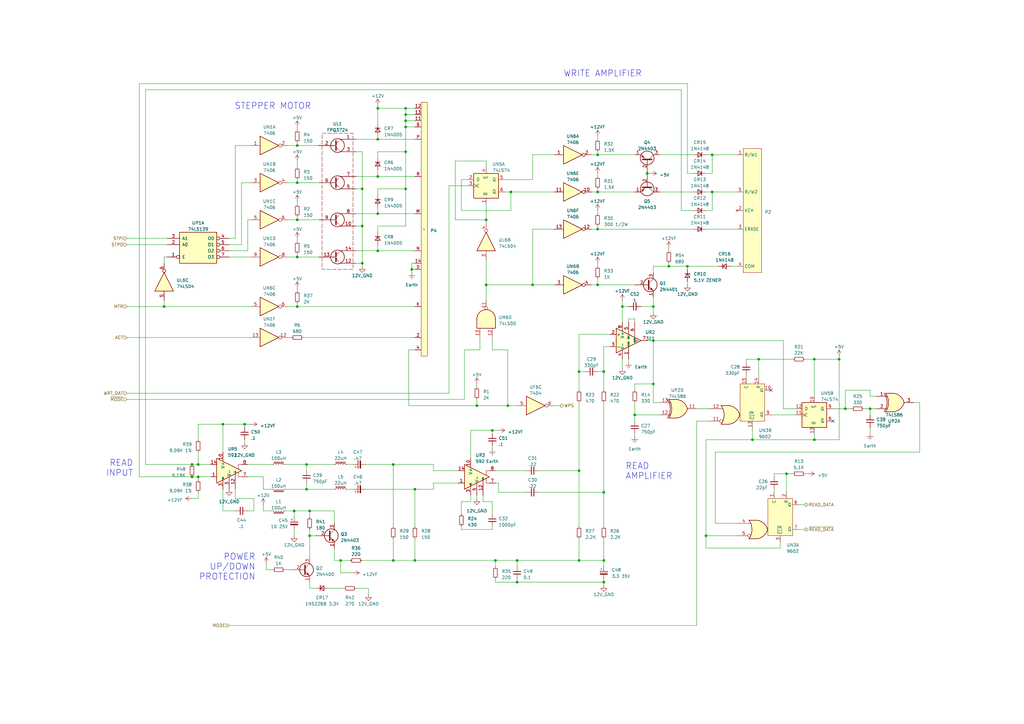
<source format=kicad_sch>
(kicad_sch (version 20230121) (generator eeschema)
  (paper "A3")
  (junction (at 247.65 238.76))
  (junction (at 195.58 166.37))
  (junction (at 334.01 180.34))
  (junction (at 265.43 71.12))
  (junction (at 247.65 152.4))
  (junction (at 166.37 49.53))
  (junction (at 203.2 229.87))
  (junction (at 344.17 147.32))
  (junction (at 148.59 92.71))
  (junction (at 201.93 176.53))
  (junction (at 91.44 173.99))
  (junction (at 67.31 125.73))
  (junction (at 267.97 125.73))
  (junction (at 245.11 63.5))
  (junction (at 100.33 173.99))
  (junction (at 154.94 102.87))
  (junction (at 237.49 152.4))
  (junction (at 311.15 147.32))
  (junction (at 125.73 200.66))
  (junction (at 356.87 167.64))
  (junction (at 199.39 90.17))
  (junction (at 161.29 190.5))
  (junction (at 166.37 77.47))
  (junction (at 154.94 72.39))
  (junction (at 154.94 44.45))
  (junction (at 255.27 125.73))
  (junction (at 166.37 52.07))
  (junction (at 148.59 77.47))
  (junction (at 121.92 59.69))
  (junction (at 322.58 194.31))
  (junction (at 81.28 195.58))
  (junction (at 237.49 193.04))
  (junction (at 127 209.55))
  (junction (at 245.11 116.84))
  (junction (at 245.11 93.98))
  (junction (at 120.65 209.55))
  (junction (at 212.09 229.87))
  (junction (at 274.32 109.22))
  (junction (at 267.97 157.48))
  (junction (at 245.11 78.74))
  (junction (at 260.35 170.18))
  (junction (at 166.37 46.99))
  (junction (at 209.55 78.74))
  (junction (at 247.65 201.93))
  (junction (at 170.18 229.87))
  (junction (at 208.28 166.37))
  (junction (at 148.59 107.95))
  (junction (at 166.37 44.45))
  (junction (at 346.71 167.64))
  (junction (at 121.92 125.73))
  (junction (at 237.49 229.87))
  (junction (at 78.74 195.58))
  (junction (at 78.74 190.5))
  (junction (at 81.28 190.5))
  (junction (at 334.01 147.32))
  (junction (at 308.61 180.34))
  (junction (at 121.92 105.41))
  (junction (at 292.1 63.5))
  (junction (at 218.44 116.84))
  (junction (at 166.37 62.23))
  (junction (at 170.18 200.66))
  (junction (at 154.94 87.63))
  (junction (at 267.97 139.7))
  (junction (at 168.91 110.49))
  (junction (at 121.92 74.93))
  (junction (at 281.94 109.22))
  (junction (at 154.94 57.15))
  (junction (at 292.1 78.74))
  (junction (at 212.09 238.76))
  (junction (at 125.73 190.5))
  (junction (at 127 219.71))
  (junction (at 161.29 229.87))
  (junction (at 289.56 219.71))
  (junction (at 247.65 229.87))
  (junction (at 121.92 90.17))
  (junction (at 199.39 116.84))
  (junction (at 139.7 229.87))
  (no_connect (at 341.63 172.72))
  (no_connect (at 316.23 160.02))
  (wire (pts (xy 170.18 110.49) (xy 168.91 110.49)))
  (wire (pts (xy 166.37 62.23) (xy 166.37 52.07)))
  (wire (pts (xy 170.18 220.98) (xy 170.18 229.87)))
  (wire (pts (xy 199.39 66.04) (xy 186.69 66.04)))
  (wire (pts (xy 116.84 233.68) (xy 119.38 233.68)))
  (wire (pts (xy 154.94 44.45) (xy 166.37 44.45)))
  (wire (pts (xy 121.92 52.07) (xy 121.92 53.34)))
  (wire (pts (xy 121.92 124.46) (xy 121.92 125.73)))
  (wire (pts (xy 154.94 80.01) (xy 154.94 77.47)))
  (wire (pts (xy 317.5 195.58) (xy 317.5 194.31)))
  (wire (pts (xy 151.13 241.3) (xy 151.13 243.84)))
  (wire (pts (xy 154.94 62.23) (xy 166.37 62.23)))
  (wire (pts (xy 57.15 34.29) (xy 57.15 195.58)))
  (wire (pts (xy 247.65 238.76) (xy 247.65 240.03)))
  (wire (pts (xy 203.2 229.87) (xy 203.2 232.41)))
  (wire (pts (xy 121.92 73.66) (xy 121.92 74.93)))
  (wire (pts (xy 109.22 233.68) (xy 111.76 233.68)))
  (wire (pts (xy 330.2 147.32) (xy 334.01 147.32)))
  (wire (pts (xy 116.84 200.66) (xy 125.73 200.66)))
  (wire (pts (xy 203.2 193.04) (xy 215.9 193.04)))
  (wire (pts (xy 118.11 138.43) (xy 119.38 138.43)))
  (wire (pts (xy 201.93 176.53) (xy 204.47 176.53)))
  (wire (pts (xy 52.07 161.29) (xy 184.15 161.29)))
  (wire (pts (xy 260.35 170.18) (xy 270.51 170.18)))
  (wire (pts (xy 260.35 130.81) (xy 260.35 132.08)))
  (wire (pts (xy 267.97 139.7) (xy 321.31 139.7)))
  (wire (pts (xy 247.65 220.98) (xy 247.65 229.87)))
  (wire (pts (xy 311.15 147.32) (xy 306.07 147.32)))
  (wire (pts (xy 120.65 217.17) (xy 120.65 219.71)))
  (wire (pts (xy 344.17 180.34) (xy 344.17 147.32)))
  (wire (pts (xy 201.93 176.53) (xy 201.93 177.8)))
  (wire (pts (xy 189.23 86.36) (xy 189.23 73.66)))
  (wire (pts (xy 154.94 92.71) (xy 166.37 92.71)))
  (wire (pts (xy 245.11 93.98) (xy 284.48 93.98)))
  (wire (pts (xy 91.44 173.99) (xy 91.44 185.42)))
  (wire (pts (xy 161.29 190.5) (xy 177.8 190.5)))
  (wire (pts (xy 374.65 165.1) (xy 377.19 165.1)))
  (wire (pts (xy 184.15 76.2) (xy 184.15 161.29)))
  (wire (pts (xy 190.5 163.83) (xy 190.5 143.51)))
  (wire (pts (xy 52.07 100.33) (xy 68.58 100.33)))
  (wire (pts (xy 359.41 162.56) (xy 356.87 162.56)))
  (wire (pts (xy 237.49 152.4) (xy 240.03 152.4)))
  (wire (pts (xy 148.59 77.47) (xy 148.59 92.71)))
  (wire (pts (xy 267.97 109.22) (xy 267.97 111.76)))
  (wire (pts (xy 137.16 209.55) (xy 137.16 214.63)))
  (wire (pts (xy 292.1 78.74) (xy 289.56 78.74)))
  (wire (pts (xy 203.2 198.12) (xy 204.47 198.12)))
  (wire (pts (xy 52.07 125.73) (xy 67.31 125.73)))
  (wire (pts (xy 166.37 46.99) (xy 170.18 46.99)))
  (wire (pts (xy 341.63 167.64) (xy 346.71 167.64)))
  (wire (pts (xy 154.94 64.77) (xy 154.94 62.23)))
  (wire (pts (xy 267.97 157.48) (xy 267.97 165.1)))
  (wire (pts (xy 293.37 214.63) (xy 302.26 214.63)))
  (wire (pts (xy 203.2 237.49) (xy 203.2 238.76)))
  (wire (pts (xy 356.87 162.56) (xy 356.87 160.02)))
  (wire (pts (xy 91.44 173.99) (xy 100.33 173.99)))
  (wire (pts (xy 100.33 180.34) (xy 100.33 181.61)))
  (wire (pts (xy 167.64 166.37) (xy 195.58 166.37)))
  (wire (pts (xy 245.11 107.95) (xy 245.11 109.22)))
  (wire (pts (xy 59.69 36.83) (xy 59.69 190.5)))
  (wire (pts (xy 121.92 74.93) (xy 130.81 74.93)))
  (wire (pts (xy 237.49 220.98) (xy 237.49 229.87)))
  (wire (pts (xy 308.61 180.34) (xy 289.56 180.34)))
  (wire (pts (xy 227.33 166.37) (xy 229.87 166.37)))
  (wire (pts (xy 124.46 138.43) (xy 170.18 138.43)))
  (wire (pts (xy 212.09 238.76) (xy 247.65 238.76)))
  (wire (pts (xy 199.39 68.58) (xy 199.39 66.04)))
  (wire (pts (xy 166.37 49.53) (xy 170.18 49.53)))
  (wire (pts (xy 245.11 63.5) (xy 242.57 63.5)))
  (wire (pts (xy 170.18 229.87) (xy 203.2 229.87)))
  (wire (pts (xy 247.65 229.87) (xy 237.49 229.87)))
  (wire (pts (xy 127 219.71) (xy 129.54 219.71)))
  (wire (pts (xy 107.95 209.55) (xy 111.76 209.55)))
  (wire (pts (xy 146.05 77.47) (xy 148.59 77.47)))
  (wire (pts (xy 220.98 201.93) (xy 247.65 201.93)))
  (wire (pts (xy 255.27 123.19) (xy 255.27 125.73)))
  (wire (pts (xy 247.65 152.4) (xy 247.65 160.02)))
  (wire (pts (xy 198.12 205.74) (xy 198.12 203.2)))
  (wire (pts (xy 127 238.76) (xy 127 241.3)))
  (wire (pts (xy 281.94 34.29) (xy 281.94 71.12)))
  (wire (pts (xy 245.11 78.74) (xy 242.57 78.74)))
  (wire (pts (xy 245.11 116.84) (xy 260.35 116.84)))
  (wire (pts (xy 281.94 115.57) (xy 281.94 116.84)))
  (wire (pts (xy 257.81 132.08) (xy 257.81 130.81)))
  (wire (pts (xy 267.97 125.73) (xy 267.97 128.27)))
  (wire (pts (xy 237.49 165.1) (xy 237.49 193.04)))
  (wire (pts (xy 168.91 107.95) (xy 168.91 110.49)))
  (wire (pts (xy 148.59 107.95) (xy 148.59 109.22)))
  (wire (pts (xy 245.11 78.74) (xy 260.35 78.74)))
  (wire (pts (xy 161.29 229.87) (xy 170.18 229.87)))
  (wire (pts (xy 184.15 76.2) (xy 191.77 76.2)))
  (wire (pts (xy 292.1 63.5) (xy 302.26 63.5)))
  (wire (pts (xy 260.35 157.48) (xy 267.97 157.48)))
  (wire (pts (xy 208.28 143.51) (xy 208.28 166.37)))
  (wire (pts (xy 120.65 209.55) (xy 120.65 212.09)))
  (wire (pts (xy 148.59 92.71) (xy 148.59 107.95)))
  (wire (pts (xy 209.55 78.74) (xy 209.55 86.36)))
  (wire (pts (xy 107.95 207.01) (xy 107.95 209.55)))
  (wire (pts (xy 356.87 175.26) (xy 356.87 177.8)))
  (wire (pts (xy 121.92 105.41) (xy 118.11 105.41)))
  (wire (pts (xy 134.62 241.3) (xy 140.97 241.3)))
  (wire (pts (xy 102.87 74.93) (xy 99.06 74.93)))
  (wire (pts (xy 154.94 95.25) (xy 154.94 92.71)))
  (wire (pts (xy 99.06 100.33) (xy 99.06 74.93)))
  (wire (pts (xy 154.94 102.87) (xy 170.18 102.87)))
  (wire (pts (xy 306.07 147.32) (xy 306.07 148.59)))
  (wire (pts (xy 142.24 200.66) (xy 144.78 200.66)))
  (wire (pts (xy 189.23 205.74) (xy 189.23 210.82)))
  (wire (pts (xy 125.73 190.5) (xy 137.16 190.5)))
  (wire (pts (xy 260.35 160.02) (xy 260.35 157.48)))
  (wire (pts (xy 274.32 101.6) (xy 274.32 102.87)))
  (wire (pts (xy 195.58 157.48) (xy 195.58 158.75)))
  (wire (pts (xy 237.49 193.04) (xy 237.49 215.9)))
  (wire (pts (xy 121.92 125.73) (xy 170.18 125.73)))
  (wire (pts (xy 199.39 106.68) (xy 199.39 116.84)))
  (wire (pts (xy 201.93 182.88) (xy 201.93 184.15)))
  (wire (pts (xy 250.19 142.24) (xy 247.65 142.24)))
  (wire (pts (xy 245.11 92.71) (xy 245.11 93.98)))
  (wire (pts (xy 292.1 63.5) (xy 289.56 63.5)))
  (wire (pts (xy 292.1 78.74) (xy 302.26 78.74)))
  (wire (pts (xy 102.87 125.73) (xy 67.31 125.73)))
  (wire (pts (xy 121.92 59.69) (xy 118.11 59.69)))
  (wire (pts (xy 101.6 209.55) (xy 104.14 209.55)))
  (wire (pts (xy 196.85 143.51) (xy 190.5 143.51)))
  (wire (pts (xy 218.44 116.84) (xy 227.33 116.84)))
  (wire (pts (xy 59.69 36.83) (xy 279.4 36.83)))
  (wire (pts (xy 120.65 209.55) (xy 127 209.55)))
  (wire (pts (xy 93.98 256.54) (xy 285.75 256.54)))
  (wire (pts (xy 255.27 147.32) (xy 255.27 151.13)))
  (wire (pts (xy 67.31 125.73) (xy 67.31 123.19)))
  (wire (pts (xy 121.92 90.17) (xy 118.11 90.17)))
  (wire (pts (xy 78.74 190.5) (xy 81.28 190.5)))
  (wire (pts (xy 96.52 204.47) (xy 96.52 200.66)))
  (wire (pts (xy 327.66 217.17) (xy 330.2 217.17)))
  (wire (pts (xy 270.51 78.74) (xy 284.48 78.74)))
  (wire (pts (xy 121.92 90.17) (xy 130.81 90.17)))
  (wire (pts (xy 146.05 92.71) (xy 148.59 92.71)))
  (wire (pts (xy 245.11 152.4) (xy 247.65 152.4)))
  (wire (pts (xy 189.23 217.17) (xy 201.93 217.17)))
  (wire (pts (xy 201.93 138.43) (xy 201.93 143.51)))
  (wire (pts (xy 207.01 73.66) (xy 218.44 73.66)))
  (wire (pts (xy 306.07 153.67) (xy 306.07 154.94)))
  (wire (pts (xy 96.52 59.69) (xy 102.87 59.69)))
  (wire (pts (xy 245.11 77.47) (xy 245.11 78.74)))
  (wire (pts (xy 91.44 200.66) (xy 91.44 209.55)))
  (wire (pts (xy 227.33 63.5) (xy 218.44 63.5)))
  (wire (pts (xy 127 217.17) (xy 127 219.71)))
  (wire (pts (xy 377.19 165.1) (xy 377.19 185.42)))
  (wire (pts (xy 344.17 146.05) (xy 344.17 147.32)))
  (wire (pts (xy 154.94 87.63) (xy 154.94 85.09)))
  (wire (pts (xy 146.05 102.87) (xy 154.94 102.87)))
  (wire (pts (xy 330.2 194.31) (xy 331.47 194.31)))
  (wire (pts (xy 125.73 200.66) (xy 137.16 200.66)))
  (wire (pts (xy 199.39 83.82) (xy 199.39 90.17)))
  (wire (pts (xy 292.1 71.12) (xy 292.1 63.5)))
  (wire (pts (xy 299.72 109.22) (xy 302.26 109.22)))
  (wire (pts (xy 308.61 175.26) (xy 308.61 180.34)))
  (wire (pts (xy 267.97 109.22) (xy 274.32 109.22)))
  (wire (pts (xy 93.98 105.41) (xy 102.87 105.41)))
  (wire (pts (xy 245.11 62.23) (xy 245.11 63.5)))
  (wire (pts (xy 354.33 167.64) (xy 356.87 167.64)))
  (wire (pts (xy 267.97 139.7) (xy 267.97 157.48)))
  (wire (pts (xy 127 241.3) (xy 129.54 241.3)))
  (wire (pts (xy 187.96 193.04) (xy 177.8 193.04)))
  (wire (pts (xy 107.95 200.66) (xy 111.76 200.66)))
  (wire (pts (xy 289.56 180.34) (xy 289.56 219.71)))
  (wire (pts (xy 121.92 58.42) (xy 121.92 59.69)))
  (wire (pts (xy 326.39 167.64) (xy 321.31 167.64)))
  (wire (pts (xy 149.86 200.66) (xy 170.18 200.66)))
  (wire (pts (xy 52.07 163.83) (xy 190.5 163.83)))
  (wire (pts (xy 316.23 170.18) (xy 326.39 170.18)))
  (wire (pts (xy 189.23 205.74) (xy 193.04 205.74)))
  (wire (pts (xy 346.71 167.64) (xy 349.25 167.64)))
  (wire (pts (xy 262.89 125.73) (xy 267.97 125.73)))
  (wire (pts (xy 67.31 105.41) (xy 67.31 107.95)))
  (wire (pts (xy 154.94 102.87) (xy 154.94 100.33)))
  (wire (pts (xy 99.06 100.33) (xy 93.98 100.33)))
  (wire (pts (xy 245.11 93.98) (xy 242.57 93.98)))
  (wire (pts (xy 127 209.55) (xy 137.16 209.55)))
  (wire (pts (xy 320.04 222.25) (xy 320.04 224.79)))
  (wire (pts (xy 237.49 152.4) (xy 237.49 160.02)))
  (wire (pts (xy 290.83 172.72) (xy 285.75 172.72)))
  (wire (pts (xy 109.22 231.14) (xy 109.22 233.68)))
  (wire (pts (xy 212.09 237.49) (xy 212.09 238.76)))
  (wire (pts (xy 265.43 71.12) (xy 266.7 71.12)))
  (wire (pts (xy 148.59 62.23) (xy 148.59 77.47)))
  (wire (pts (xy 137.16 229.87) (xy 137.16 224.79)))
  (wire (pts (xy 101.6 102.87) (xy 101.6 90.17)))
  (wire (pts (xy 121.92 118.11) (xy 121.92 119.38)))
  (wire (pts (xy 285.75 172.72) (xy 285.75 256.54)))
  (wire (pts (xy 281.94 71.12) (xy 284.48 71.12)))
  (wire (pts (xy 146.05 87.63) (xy 154.94 87.63)))
  (wire (pts (xy 274.32 107.95) (xy 274.32 109.22)))
  (wire (pts (xy 127 219.71) (xy 127 228.6)))
  (wire (pts (xy 68.58 105.41) (xy 67.31 105.41)))
  (wire (pts (xy 121.92 88.9) (xy 121.92 90.17)))
  (wire (pts (xy 57.15 34.29) (xy 281.94 34.29)))
  (wire (pts (xy 154.94 87.63) (xy 170.18 87.63)))
  (wire (pts (xy 257.81 147.32) (xy 257.81 148.59)))
  (wire (pts (xy 81.28 196.85) (xy 81.28 195.58)))
  (wire (pts (xy 289.56 93.98) (xy 302.26 93.98)))
  (wire (pts (xy 245.11 63.5) (xy 260.35 63.5)))
  (wire (pts (xy 78.74 195.58) (xy 81.28 195.58)))
  (wire (pts (xy 270.51 63.5) (xy 284.48 63.5)))
  (wire (pts (xy 78.74 204.47) (xy 81.28 204.47)))
  (wire (pts (xy 204.47 198.12) (xy 204.47 201.93)))
  (wire (pts (xy 245.11 114.3) (xy 245.11 116.84)))
  (wire (pts (xy 100.33 173.99) (xy 100.33 175.26)))
  (wire (pts (xy 218.44 63.5) (xy 218.44 73.66)))
  (wire (pts (xy 154.94 43.18) (xy 154.94 44.45)))
  (wire (pts (xy 311.15 147.32) (xy 325.12 147.32)))
  (wire (pts (xy 199.39 116.84) (xy 199.39 123.19)))
  (wire (pts (xy 255.27 125.73) (xy 255.27 132.08)))
  (wire (pts (xy 149.86 190.5) (xy 161.29 190.5)))
  (wire (pts (xy 193.04 205.74) (xy 193.04 203.2)))
  (wire (pts (xy 289.56 71.12) (xy 292.1 71.12)))
  (wire (pts (xy 327.66 207.01) (xy 330.2 207.01)))
  (wire (pts (xy 218.44 93.98) (xy 218.44 116.84)))
  (wire (pts (xy 281.94 109.22) (xy 281.94 110.49)))
  (wire (pts (xy 166.37 77.47) (xy 166.37 62.23)))
  (wire (pts (xy 279.4 86.36) (xy 284.48 86.36)))
  (wire (pts (xy 247.65 201.93) (xy 247.65 215.9)))
  (wire (pts (xy 154.94 44.45) (xy 154.94 50.8)))
  (wire (pts (xy 195.58 166.37) (xy 208.28 166.37)))
  (wire (pts (xy 334.01 180.34) (xy 334.01 177.8)))
  (wire (pts (xy 121.92 104.14) (xy 121.92 105.41)))
  (wire (pts (xy 317.5 194.31) (xy 322.58 194.31)))
  (wire (pts (xy 260.35 170.18) (xy 260.35 172.72)))
  (wire (pts (xy 317.5 200.66) (xy 317.5 201.93)))
  (wire (pts (xy 201.93 205.74) (xy 201.93 210.82)))
  (wire (pts (xy 116.84 190.5) (xy 125.73 190.5)))
  (wire (pts (xy 166.37 46.99) (xy 166.37 44.45)))
  (wire (pts (xy 143.51 229.87) (xy 139.7 229.87)))
  (wire (pts (xy 285.75 167.64) (xy 290.83 167.64)))
  (wire (pts (xy 104.14 209.55) (xy 104.14 204.47)))
  (wire (pts (xy 78.74 195.58) (xy 57.15 195.58)))
  (wire (pts (xy 161.29 190.5) (xy 161.29 215.9)))
  (wire (pts (xy 52.07 138.43) (xy 102.87 138.43)))
  (wire (pts (xy 170.18 200.66) (xy 170.18 215.9)))
  (wire (pts (xy 81.28 185.42) (xy 81.28 190.5)))
  (wire (pts (xy 146.05 72.39) (xy 154.94 72.39)))
  (wire (pts (xy 320.04 224.79) (xy 289.56 224.79)))
  (wire (pts (xy 125.73 190.5) (xy 125.73 193.04)))
  (wire (pts (xy 91.44 209.55) (xy 96.52 209.55)))
  (wire (pts (xy 356.87 167.64) (xy 359.41 167.64)))
  (wire (pts (xy 237.49 137.16) (xy 237.49 152.4)))
  (wire (pts (xy 52.07 97.79) (xy 68.58 97.79)))
  (wire (pts (xy 154.94 57.15) (xy 170.18 57.15)))
  (wire (pts (xy 279.4 36.83) (xy 279.4 86.36)))
  (wire (pts (xy 166.37 92.71) (xy 166.37 77.47)))
  (wire (pts (xy 121.92 66.04) (xy 121.92 68.58)))
  (wire (pts (xy 121.92 82.55) (xy 121.92 83.82)))
  (wire (pts (xy 245.11 116.84) (xy 242.57 116.84)))
  (wire (pts (xy 177.8 193.04) (xy 177.8 190.5)))
  (wire (pts (xy 281.94 109.22) (xy 294.64 109.22)))
  (wire (pts (xy 289.56 219.71) (xy 302.26 219.71)))
  (wire (pts (xy 247.65 229.87) (xy 247.65 232.41)))
  (wire (pts (xy 207.01 78.74) (xy 209.55 78.74)))
  (wire (pts (xy 260.35 165.1) (xy 260.35 170.18)))
  (wire (pts (xy 101.6 195.58) (xy 107.95 195.58)))
  (wire (pts (xy 148.59 229.87) (xy 161.29 229.87)))
  (wire (pts (xy 245.11 55.88) (xy 245.11 57.15)))
  (wire (pts (xy 250.19 137.16) (xy 237.49 137.16)))
  (wire (pts (xy 195.58 203.2) (xy 195.58 204.47)))
  (wire (pts (xy 154.94 77.47) (xy 166.37 77.47)))
  (wire (pts (xy 292.1 86.36) (xy 292.1 78.74)))
  (wire (pts (xy 201.93 217.17) (xy 201.93 215.9)))
  (wire (pts (xy 154.94 57.15) (xy 154.94 55.88)))
  (wire (pts (xy 344.17 147.32) (xy 334.01 147.32)))
  (wire (pts (xy 142.24 190.5) (xy 144.78 190.5)))
  (wire (pts (xy 121.92 105.41) (xy 130.81 105.41)))
  (wire (pts (xy 104.14 204.47) (xy 96.52 204.47)))
  (wire (pts (xy 293.37 185.42) (xy 293.37 214.63)))
  (wire (pts (xy 356.87 160.02) (xy 346.71 160.02)))
  (wire (pts (xy 146.05 62.23) (xy 148.59 62.23)))
  (wire (pts (xy 199.39 90.17) (xy 199.39 91.44)))
  (wire (pts (xy 166.37 49.53) (xy 166.37 46.99)))
  (wire (pts (xy 166.37 49.53) (xy 166.37 52.07)))
  (wire (pts (xy 148.59 107.95) (xy 146.05 107.95)))
  (wire (pts (xy 209.55 78.74) (xy 227.33 78.74)))
  (wire (pts (xy 91.44 173.99) (xy 81.28 173.99)))
  (wire (pts (xy 93.98 97.79) (xy 96.52 97.79)))
  (wire (pts (xy 101.6 90.17) (xy 102.87 90.17)))
  (wire (pts (xy 170.18 107.95) (xy 168.91 107.95)))
  (wire (pts (xy 245.11 86.36) (xy 245.11 87.63)))
  (wire (pts (xy 325.12 194.31) (xy 322.58 194.31)))
  (wire (pts (xy 247.65 238.76) (xy 247.65 237.49)))
  (wire (pts (xy 146.05 241.3) (xy 151.13 241.3)))
  (wire (pts (xy 209.55 86.36) (xy 189.23 86.36)))
  (wire (pts (xy 154.94 72.39) (xy 170.18 72.39)))
  (wire (pts (xy 81.28 190.5) (xy 86.36 190.5)))
  (wire (pts (xy 168.91 110.49) (xy 168.91 111.76)))
  (wire (pts (xy 204.47 201.93) (xy 215.9 201.93)))
  (wire (pts (xy 121.92 125.73) (xy 118.11 125.73)))
  (wire (pts (xy 257.81 130.81) (xy 260.35 130.81)))
  (wire (pts (xy 201.93 143.51) (xy 208.28 143.51)))
  (wire (pts (xy 146.05 57.15) (xy 154.94 57.15)))
  (wire (pts (xy 187.96 198.12) (xy 177.8 198.12)))
  (wire (pts (xy 170.18 143.51) (xy 167.64 143.51)))
  (wire (pts (xy 322.58 194.31) (xy 322.58 201.93)))
  (wire (pts (xy 81.28 195.58) (xy 86.36 195.58)))
  (wire (pts (xy 311.15 154.94) (xy 311.15 147.32)))
  (wire (pts (xy 81.28 173.99) (xy 81.28 180.34)))
  (wire (pts (xy 196.85 138.43) (xy 196.85 143.51)))
  (wire (pts (xy 212.09 229.87) (xy 237.49 229.87)))
  (wire (pts (xy 321.31 167.64) (xy 321.31 139.7)))
  (wire (pts (xy 101.6 190.5) (xy 111.76 190.5)))
  (wire (pts (xy 189.23 73.66) (xy 191.77 73.66)))
  (wire (pts (xy 193.04 176.53) (xy 193.04 187.96)))
  (wire (pts (xy 267.97 121.92) (xy 267.97 125.73)))
  (wire (pts (xy 139.7 229.87) (xy 139.7 234.95)))
  (wire (pts (xy 212.09 229.87) (xy 212.09 232.41)))
  (wire (pts (xy 125.73 198.12) (xy 125.73 200.66)))
  (wire (pts (xy 177.8 198.12) (xy 177.8 200.66)))
  (wire (pts (xy 195.58 163.83) (xy 195.58 166.37)))
  (wire (pts (xy 139.7 234.95) (xy 144.78 234.95)))
  (wire (pts (xy 218.44 93.98) (xy 227.33 93.98)))
  (wire (pts (xy 281.94 109.22) (xy 274.32 109.22)))
  (wire (pts (xy 193.04 176.53) (xy 201.93 176.53)))
  (wire (pts (xy 93.98 102.87) (xy 101.6 102.87)))
  (wire (pts (xy 267.97 165.1) (xy 270.51 165.1)))
  (wire (pts (xy 245.11 71.12) (xy 245.11 72.39)))
  (wire (pts (xy 247.65 165.1) (xy 247.65 201.93)))
  (wire (pts (xy 166.37 44.45) (xy 170.18 44.45)))
  (wire (pts (xy 267.97 139.7) (xy 265.43 139.7)))
  (wire (pts (xy 289.56 224.79) (xy 289.56 219.71)))
  (wire (pts (xy 356.87 167.64) (xy 356.87 170.18)))
  (wire (pts (xy 121.92 97.79) (xy 121.92 99.06)))
  (wire (pts (xy 161.29 220.98) (xy 161.29 229.87)))
  (wire (pts (xy 96.52 97.79) (xy 96.52 59.69)))
  (wire (pts (xy 334.01 147.32) (xy 334.01 162.56)))
  (wire (pts (xy 220.98 193.04) (xy 237.49 193.04)))
  (wire (pts (xy 170.18 200.66) (xy 177.8 200.66)))
  (wire (pts (xy 167.64 143.51) (xy 167.64 166.37)))
  (wire (pts (xy 377.19 185.42) (xy 293.37 185.42)))
  (wire (pts (xy 166.37 52.07) (xy 170.18 52.07)))
  (wire (pts (xy 59.69 190.5) (xy 78.74 190.5)))
  (wire (pts (xy 186.69 66.04) (xy 186.69 90.17)))
  (wire (pts (xy 81.28 204.47) (xy 81.28 201.93)))
  (wire (pts (xy 247.65 142.24) (xy 247.65 152.4)))
  (wire (pts (xy 100.33 173.99) (xy 102.87 173.99)))
  (wire (pts (xy 255.27 125.73) (xy 257.81 125.73)))
  (wire (pts (xy 154.94 72.39) (xy 154.94 69.85)))
  (wire (pts (xy 116.84 209.55) (xy 120.65 209.55)))
  (wire (pts (xy 203.2 238.76) (xy 212.09 238.76)))
  (wire (pts (xy 107.95 195.58) (xy 107.95 200.66)))
  (wire (pts (xy 118.11 74.93) (xy 121.92 74.93)))
  (wire (pts (xy 203.2 229.87) (xy 212.09 229.87)))
  (wire (pts (xy 289.56 86.36) (xy 292.1 86.36)))
  (wire (pts (xy 186.69 90.17) (xy 199.39 90.17)))
  (wire (pts (xy 121.92 59.69) (xy 130.81 59.69)))
  (wire (pts (xy 260.35 177.8) (xy 260.35 179.07)))
  (wire (pts (xy 308.61 180.34) (xy 334.01 180.34)))
  (wire (pts (xy 334.01 180.34) (xy 344.17 180.34)))
  (wire (pts (xy 199.39 116.84) (xy 218.44 116.84)))
  (wire (pts (xy 189.23 215.9) (xy 189.23 217.17)))
  (wire (pts (xy 127 212.09) (xy 127 209.55)))
  (wire (pts (xy 139.7 229.87) (xy 137.16 229.87)))
  (wire (pts (xy 208.28 166.37) (xy 212.09 166.37)))
  (wire (pts (xy 346.71 160.02) (xy 346.71 167.64)))
  (wire (pts (xy 201.93 205.74) (xy 198.12 205.74)))
  (text "STEPPER MOTOR" (at 127.635 45.085 0) (effects (font (size 2.54 2.54)) (justify right bottom)))
  (text "READ\nINPUT" (at 54.61 195.58 0) (effects (font (size 2.54 2.54)) (justify right bottom)))
  (text "READ\nAMPLIFIER" (at 256.54 196.85 0) (effects (font (size 2.54 2.54)) (justify left bottom)))
  (text "WRITE AMPLIFIER" (at 231.14 31.75 0) (effects (font (size 2.54 2.54)) (justify left bottom)))
  (text "POWER\nUP/DOWN\nPROTECTION" (at 104.775 238.125 0) (effects (font (size 2.54 2.54)) (justify right bottom)))
  (hierarchical_label "WPS" (shape output) (at 229.87 166.37 0))
  (hierarchical_label "STPI" (shape input) (at 52.07 97.79 180))
  (hierarchical_label "STPO" (shape input) (at 52.07 100.33 180))
  (hierarchical_label "~{READ_DATA}" (shape output) (at 330.2 217.17 0))
  (hierarchical_label "~{MODE}" (shape input) (at 52.07 163.83 180))
  (hierarchical_label "READ_DATA" (shape output) (at 330.2 207.01 0))
  (hierarchical_label "ACT" (shape input) (at 52.07 138.43 180))
  (hierarchical_label "MTR" (shape input) (at 52.07 125.73 180))
  (hierarchical_label "MODE" (shape input) (at 93.98 256.54 180))
  (hierarchical_label "WRT_DAT" (shape input) (at 52.07 161.29 180))
  (symbol (lib_id "Commodore-2031:12V_GND") (at 120.65 219.71 0) (unit 1)
    (property "Reference" "#PWR46" (effects hide))
    (property "Value" "12V_GND" (at 120.65 223.52 0))
    (instances (project "Commodore-2031" (path "" (reference "#PWR46") (unit 1)) (path "" (reference "#PWR77") (unit 1))))
  )
  (symbol (lib_id "74xx:74LS06") (at 110.49 125.73 0) (unit 3)
    (property "Reference" "UN6" (at 110.49 118.11 0))
    (property "Value" "7406" (at 110.49 120.65 0))
  )
  (symbol (lib_id "Commodore-2031:9602") (at 320.04 212.09 0) (unit 1)
    (property "Reference" "UN3" (at 322.6055 223.52 0) (effects (justify left)))
    (property "Value" "9602" (at 322.6055 226.06 0) (effects (justify left)))
  )
  (symbol (lib_id "Device:C_Polarized_Small") (at 120.65 214.63 0) (unit 1)
    (property "Reference" "C45" (at 118.11 213.4489 0) (effects (justify right)))
    (property "Value" "10 25V" (at 118.11 215.9889 0) (effects (justify right)))
  )
  (symbol (lib_id "Device:D_Small") (at 154.94 53.34 270) (unit 1)
    (property "Reference" "CR7" (at 157.48 52.705 90) (effects (justify left)))
    (property "Value" "1N4005" (at 157.48 55.245 90) (effects (justify left)))
    (property "Sim.Device" "D" (effects hide))
    (property "Sim.Pins" "1=K 2=A" (effects hide))
  )
  (symbol (lib_id "Commodore-2031:12V_GND") (at 195.58 204.47 0) (unit 1)
    (property "Reference" "#PWR46" (effects hide))
    (property "Value" "12V_GND" (at 195.58 209.55 0))
    (instances (project "Commodore-2031" (path "" (reference "#PWR46") (unit 1)) (path "" (reference "#PWR72") (unit 1))))
  )
  (symbol (lib_id "Device:C_Small") (at 242.57 152.4 90) (unit 1)
    (property "Reference" "C29" (at 242.5763 147.32 90))
    (property "Value" "330pF" (at 242.5763 149.86 90))
  )
  (symbol (lib_id "Commodore-2031:12V_GND") (at 281.94 116.84 0) (unit 1)
    (property "Reference" "#PWR46" (effects hide))
    (property "Value" "12V_GND" (at 281.94 120.65 0))
    (instances (project "Commodore-2031" (path "" (reference "#PWR46") (unit 1)) (path "" (reference "#PWR106") (unit 1))))
  )
  (symbol (lib_id "Commodore-2031:+12VF") (at 245.11 71.12 0) (unit 1)
    (property "Reference" "#PWR092" (effects hide))
    (property "Value" "+12VF" (at 245.11 67.31 0))
  )
  (symbol (lib_id "Device:C_Small") (at 306.07 151.13 180) (unit 1)
    (property "Reference" "C28" (at 303.53 150.4886 0) (effects (justify left)))
    (property "Value" "330pF" (at 303.53 153.0286 0) (effects (justify left)))
  )
  (symbol (lib_id "Device:R_Small") (at 245.11 74.93 180) (unit 1)
    (property "Reference" "R31" (at 247.65 74.295 0) (effects (justify right)))
    (property "Value" "1.5K" (at 247.65 76.835 0) (effects (justify right)))
  )
  (symbol (lib_id "Device:Q_NPN_EBC") (at 265.43 116.84 0) (unit 1)
    (property "Reference" "Q1" (at 270.51 116.205 0) (effects (justify left)))
    (property "Value" "2N4401" (at 270.51 118.745 0) (effects (justify left)))
  )
  (symbol (lib_id "Device:R_Small") (at 203.2 234.95 180) (unit 1)
    (property "Reference" "R35" (at 205.74 234.315 0) (effects (justify right)))
    (property "Value" "220" (at 205.74 236.855 0) (effects (justify right)))
  )
  (symbol (lib_id "Device:R_Small") (at 121.92 55.88 0) (unit 1)
    (property "Reference" "R4" (at 124.46 55.245 0) (effects (justify left)))
    (property "Value" "150" (at 124.46 57.785 0) (effects (justify left)))
  )
  (symbol (lib_id "power:+5V") (at 109.22 231.14 0) (unit 1)
    (property "Reference" "#PWR078" (effects hide))
    (property "Value" "+5V" (at 109.22 227.33 0))
  )
  (symbol (lib_id "power:+5V") (at 344.17 146.05 0) (unit 1)
    (property "Reference" "#PWR0103" (effects hide))
    (property "Value" "+5V" (at 344.17 142.24 0))
  )
  (symbol (lib_id "Comparator:LM311") (at 257.81 139.7 0) (unit 1)
    (property "Reference" "UR2" (at 266.7 136.2711 0))
    (property "Value" "311" (at 266.7 138.8111 0))
    (property "Datasheet" "https://www.st.com/resource/en/datasheet/lm311.pdf" (effects hide))
  )
  (symbol (lib_id "Device:L_Iron_Small") (at 139.7 190.5 90) (unit 1)
    (property "Reference" "L4" (at 139.7 185.42 90))
    (property "Value" "22uH" (at 139.7 187.96 90))
  )
  (symbol (lib_id "power:+5V") (at 331.47 194.31 270) (unit 1)
    (property "Reference" "#PWR0105" (effects hide))
    (property "Value" "+5V" (at 335.28 194.945 90) (effects (justify left)))
  )
  (symbol (lib_id "power:Earth") (at 260.35 179.07 0) (unit 1)
    (property "Reference" "#PWR0102" (effects hide))
    (property "Value" "GND" (at 260.35 184.15 0))
  )
  (symbol (lib_id "Device:C_Small") (at 218.44 201.93 90) (unit 1)
    (property "Reference" "C30" (at 218.4463 196.85 90))
    (property "Value" ".22" (at 218.4463 199.39 90))
  )
  (symbol (lib_id "Device:C_Small") (at 260.35 125.73 90) (unit 1)
    (property "Reference" "C52" (at 260.3563 120.65 90))
    (property "Value" "1" (at 260.3563 123.19 90))
  )
  (symbol (lib_id "power:+12V") (at 107.95 207.01 0) (unit 1)
    (property "Reference" "#PWR076" (effects hide))
    (property "Value" "+12V" (at 107.95 203.2 0))
  )
  (symbol (lib_id "Commodore-2031:12V_GND") (at 100.33 181.61 0) (unit 1)
    (property "Reference" "#PWR46" (effects hide))
    (property "Value" "12V_GND" (at 100.33 186.69 0))
    (instances (project "Commodore-2031" (path "" (reference "#PWR46") (unit 1)) (path "" (reference "#PWR69") (unit 1))))
  )
  (symbol (lib_id "power:Earth") (at 201.93 184.15 0) (unit 1)
    (property "Reference" "#PWR073" (effects hide))
    (property "Value" "GND" (at 201.93 189.23 0))
  )
  (symbol (lib_id "Device:D_Small") (at 287.02 78.74 180) (unit 1)
    (property "Reference" "CR13" (at 287.02 73.66 0))
    (property "Value" "1N4148" (at 287.02 76.2 0))
    (property "Sim.Device" "D" (effects hide))
    (property "Sim.Pins" "1=K 2=A" (effects hide))
  )
  (symbol (lib_id "Device:R_Small") (at 327.66 194.31 270) (unit 1)
    (property "Reference" "R13" (at 327.66 189.23 90))
    (property "Value" "5.1K" (at 327.66 191.77 90))
  )
  (symbol (lib_id "Device:C_Small") (at 212.09 234.95 180) (unit 1)
    (property "Reference" "C49" (at 214.63 234.3086 0) (effects (justify right)))
    (property "Value" "0.1" (at 214.63 236.8486 0) (effects (justify right)))
  )
  (symbol (lib_id "74xx:74LS04") (at 67.31 115.57 90) (unit 3)
    (property "Reference" "UL6" (at 72.39 114.935 90) (effects (justify right)))
    (property "Value" "74LS04" (at 72.39 117.475 90) (effects (justify right)))
    (property "Datasheet" "http://www.ti.com/lit/gpn/sn74LS04" (effects hide))
  )
  (symbol (lib_id "power:Earth") (at 257.81 148.59 0) (unit 1)
    (property "Reference" "#PWR0100" (effects hide))
    (property "Value" "GND" (at 260.35 150.495 0) (effects (justify left)))
  )
  (symbol (lib_id "power:Earth") (at 356.87 177.8 0) (unit 1)
    (property "Reference" "#PWR098" (effects hide))
    (property "Value" "GND" (at 356.87 182.88 0))
  )
  (symbol (lib_id "Device:L_Iron_Small") (at 114.3 190.5 90) (unit 1)
    (property "Reference" "L3" (at 114.3 185.42 90))
    (property "Value" "100uH" (at 114.3 187.96 90))
  )
  (symbol (lib_id "Device:C_Small") (at 260.35 175.26 180) (unit 1)
    (property "Reference" "C27" (at 262.89 174.6186 0) (effects (justify right)))
    (property "Value" "750pF" (at 262.89 177.1586 0) (effects (justify right)))
  )
  (symbol (lib_id "power:+5V") (at 266.7 71.12 270) (unit 1)
    (property "Reference" "#PWR095" (effects hide))
    (property "Value" "+5V" (at 270.51 71.755 90) (effects (justify left)))
  )
  (symbol (lib_id "Commodore-2031:+12VF") (at 245.11 55.88 0) (unit 1)
    (property "Reference" "#PWR091" (effects hide))
    (property "Value" "+12VF" (at 245.11 52.07 0))
  )
  (symbol (lib_id "Device:R_Small") (at 81.28 199.39 180) (unit 1)
    (property "Reference" "R38" (at 78.74 198.755 0) (effects (justify left)))
    (property "Value" "9.09K 1%" (at 78.74 201.295 0) (effects (justify left)))
  )
  (symbol (lib_id "74xx:74LS00") (at 199.39 130.81 270) (mirror x) (unit 4)
    (property "Reference" "UM6" (at 204.47 130.1833 90) (effects (justify left)))
    (property "Value" "74LS00" (at 204.47 132.7233 90) (effects (justify left)))
    (property "Datasheet" "http://www.ti.com/lit/gpn/sn74ls00" (effects hide))
  )
  (symbol (lib_id "Device:D_Zener_Small") (at 132.08 241.3 0) (unit 1)
    (property "Reference" "CR17" (at 132.08 245.11 0))
    (property "Value" "1N5226B 3.3V" (at 132.08 247.65 0))
  )
  (symbol (lib_id "Device:C_Small") (at 125.73 195.58 0) (unit 1)
    (property "Reference" "C39" (at 128.27 194.9513 0) (effects (justify left)))
    (property "Value" "750pF" (at 128.27 197.4913 0) (effects (justify left)))
  )
  (symbol (lib_id "74xx:74LS86") (at 278.13 167.64 0) (mirror x) (unit 4)
    (property "Reference" "UP2" (at 277.8252 160.02 0))
    (property "Value" "74LS86" (at 277.8252 162.56 0))
    (property "Datasheet" "74xx/74ls86.pdf" (effects hide))
  )
  (symbol (lib_id "Commodore-2031:12V_GND") (at 267.97 128.27 0) (unit 1)
    (property "Reference" "#PWR46" (effects hide))
    (property "Value" "12V_GND" (at 267.97 132.08 0))
    (instances (project "Commodore-2031" (path "" (reference "#PWR46") (unit 1)) (path "" (reference "#PWR97") (unit 1))))
  )
  (symbol (lib_id "Device:R_Small") (at 237.49 218.44 180) (unit 1)
    (property "Reference" "R27" (at 240.03 217.805 0) (effects (justify right)))
    (property "Value" "2.2K" (at 240.03 220.345 0) (effects (justify right)))
  )
  (symbol (lib_id "Device:R_Small") (at 121.92 71.12 0) (unit 1)
    (property "Reference" "R3" (at 124.46 70.485 0) (effects (justify left)))
    (property "Value" "150" (at 124.46 73.025 0) (effects (justify left)))
  )
  (symbol (lib_id "Device:L_Iron_Small") (at 114.3 209.55 270) (unit 1)
    (property "Reference" "L1" (at 114.3 205.74 90))
    (property "Value" "100uH" (at 114.3 208.28 90))
  )
  (symbol (lib_id "Device:D_Small") (at 154.94 97.79 270) (unit 1)
    (property "Reference" "CR8" (at 157.48 97.155 90) (effects (justify left)))
    (property "Value" "1N4005" (at 157.48 99.695 90) (effects (justify left)))
    (property "Sim.Device" "D" (effects hide))
    (property "Sim.Pins" "1=K 2=A" (effects hide))
  )
  (symbol (lib_id "Device:C_Small") (at 317.5 198.12 180) (unit 1)
    (property "Reference" "C26" (at 314.96 197.4786 0) (effects (justify left)))
    (property "Value" "22pF" (at 314.96 200.0186 0) (effects (justify left)))
  )
  (symbol (lib_id "power:+5V") (at 121.92 82.55 0) (unit 1)
    (property "Reference" "#PWR062" (effects hide))
    (property "Value" "+5V" (at 121.92 78.74 0))
  )
  (symbol (lib_id "power:+5V") (at 195.58 157.48 0) (unit 1)
    (property "Reference" "#PWR090" (effects hide))
    (property "Value" "+5V" (at 195.58 153.67 0))
  )
  (symbol (lib_id "Device:R_Small") (at 237.49 162.56 180) (unit 1)
    (property "Reference" "R23" (at 240.03 161.925 0) (effects (justify right)))
    (property "Value" "470" (at 240.03 164.465 0) (effects (justify right)))
  )
  (symbol (lib_id "Device:R_Small") (at 245.11 90.17 180) (unit 1)
    (property "Reference" "R30" (at 247.65 89.535 0) (effects (justify right)))
    (property "Value" "300 1/2W" (at 247.65 92.075 0) (effects (justify right)))
  )
  (symbol (lib_id "Commodore-2031:+12VF") (at 245.11 107.95 0) (unit 1)
    (property "Reference" "#PWR094" (effects hide))
    (property "Value" "+12VF" (at 245.11 104.14 0))
  )
  (symbol (lib_id "Device:C_Small") (at 99.06 209.55 270) (unit 1)
    (property "Reference" "C44" (at 99.0536 213.36 90))
    (property "Value" ".1" (at 99.0536 215.9 90))
  )
  (symbol (lib_id "74xx:74LS06") (at 234.95 93.98 0) (unit 6)
    (property "Reference" "UN6" (at 234.95 86.36 0))
    (property "Value" "7406" (at 234.95 88.9 0))
  )
  (symbol (lib_id "74xx:74LS06") (at 234.95 63.5 0) (unit 1)
    (property "Reference" "UN6" (at 234.95 55.88 0))
    (property "Value" "7406" (at 234.95 58.42 0))
  )
  (symbol (lib_id "74xx:74LS06") (at 110.49 105.41 0) (unit 4)
    (property "Reference" "UN1" (at 110.49 97.79 0))
    (property "Value" "7406" (at 110.49 100.33 0))
  )
  (symbol (lib_id "Device:R_Small") (at 114.3 233.68 270) (unit 1)
    (property "Reference" "R40" (at 114.3 228.6 90))
    (property "Value" "1K" (at 114.3 231.14 90))
  )
  (symbol (lib_name "9602_1") (lib_id "Commodore-2031:9602") (at 308.61 165.1 0) (unit 2)
    (property "Reference" "UN3" (at 311.1755 176.53 0) (effects (justify left)))
    (property "Value" "9602" (at 311.1755 179.07 0) (effects (justify left)))
  )
  (symbol (lib_id "Device:C_Small") (at 100.33 177.8 0) (unit 1)
    (property "Reference" "C50" (at 102.87 177.1713 0) (effects (justify left)))
    (property "Value" ".1" (at 102.87 179.7113 0) (effects (justify left)))
  )
  (symbol (lib_id "power:+5V") (at 121.92 97.79 0) (unit 1)
    (property "Reference" "#PWR061" (effects hide))
    (property "Value" "+5V" (at 121.92 93.98 0))
  )
  (symbol (lib_id "Device:C_Small") (at 356.87 172.72 180) (unit 1)
    (property "Reference" "C38" (at 359.41 172.0786 0) (effects (justify right)))
    (property "Value" "750pF" (at 359.41 174.6186 0) (effects (justify right)))
  )
  (symbol (lib_id "Device:Q_NPN_EBC") (at 124.46 233.68 0) (unit 1)
    (property "Reference" "Q2" (at 129.54 233.045 0) (effects (justify left)))
    (property "Value" "2N4400" (at 129.54 235.585 0) (effects (justify left)))
  )
  (symbol (lib_id "74xx:74LS74") (at 334.01 170.18 0) (unit 2)
    (property "Reference" "UN5" (at 336.5755 161.29 0) (effects (justify left)))
    (property "Value" "74LS74" (at 336.5755 163.83 0) (effects (justify left)))
    (property "Datasheet" "74xx/74hc_hct74.pdf" (effects hide))
  )
  (symbol (lib_id "Device:L_Iron_Small") (at 139.7 200.66 90) (unit 1)
    (property "Reference" "L5" (at 139.7 195.58 90))
    (property "Value" "22uH" (at 139.7 198.12 90))
  )
  (symbol (lib_id "Device:Q_PNP_EBC") (at 134.62 219.71 0) (unit 1)
    (property "Reference" "Q3" (at 139.7 219.075 0) (effects (justify left)))
    (property "Value" "2N4403" (at 139.7 221.615 0) (effects (justify left)))
  )
  (symbol (lib_id "Device:D_Small") (at 297.18 109.22 0) (unit 1)
    (property "Reference" "CR16" (at 297.18 104.14 0))
    (property "Value" "1N4148" (at 297.18 106.68 0))
    (property "Sim.Device" "D" (effects hide))
    (property "Sim.Pins" "1=K 2=A" (effects hide))
  )
  (symbol (lib_id "Commodore-2031:12V_GND") (at 151.13 243.84 0) (unit 1)
    (property "Reference" "#PWR46" (effects hide))
    (property "Value" "12V_GND" (at 151.13 247.65 0))
    (instances (project "Commodore-2031" (path "" (reference "#PWR46") (unit 1)) (path "" (reference "#PWR79") (unit 1))))
  )
  (symbol (lib_id "Device:R_Small") (at 170.18 218.44 180) (unit 1)
    (property "Reference" "R28" (at 172.72 217.805 0) (effects (justify right)))
    (property "Value" "150" (at 172.72 220.345 0) (effects (justify right)))
  )
  (symbol (lib_id "Device:C_Polarized_Small") (at 147.32 200.66 90) (unit 1)
    (property "Reference" "C46" (at 146.7739 195.58 90))
    (property "Value" ".47" (at 146.7739 198.12 90))
  )
  (symbol (lib_id "power:+5V") (at 121.92 52.07 0) (unit 1)
    (property "Reference" "#PWR064" (effects hide))
    (property "Value" "+5V" (at 121.92 48.26 0))
  )
  (symbol (lib_id "Commodore-2031:12V_GND") (at 93.98 200.66 0) (unit 1)
    (property "Reference" "#PWR46" (effects hide))
    (property "Value" "12V_GND" (at 93.98 205.74 0))
    (instances (project "Commodore-2031" (path "" (reference "#PWR46") (unit 1)) (path "" (reference "#PWR71") (unit 1))))
  )
  (symbol (lib_id "Commodore-2031:+12VF") (at 204.47 176.53 270) (unit 1)
    (property "Reference" "#PWR074" (effects hide))
    (property "Value" "+12VF" (at 208.28 177.165 90) (effects (justify left)))
  )
  (symbol (lib_id "Device:D_Small") (at 287.02 93.98 180) (unit 1)
    (property "Reference" "CR11" (at 287.02 88.9 0))
    (property "Value" "1N4148" (at 287.02 91.44 0))
    (property "Sim.Device" "D" (effects hide))
    (property "Sim.Pins" "1=K 2=A" (effects hide))
  )
  (symbol (lib_id "Device:R_Small") (at 127 214.63 180) (unit 1)
    (property "Reference" "R41" (at 129.54 213.995 0) (effects (justify right)))
    (property "Value" "180" (at 129.54 216.535 0) (effects (justify right)))
  )
  (symbol (lib_id "Device:Q_PNP_EBC") (at 265.43 76.2 270) (unit 1)
    (property "Reference" "Q5" (at 265.43 82.55 90))
    (property "Value" "2N4403" (at 265.43 85.09 90))
  )
  (symbol (lib_id "Commodore-2031:Connector_RW") (at 308.61 86.36 0) (unit 1)
    (property "Reference" "P2" (at 313.69 86.995 0) (effects (justify left)))
    (property "Value" "~" (at 308.61 86.36 0))
  )
  (symbol (lib_id "74xx:74LS139") (at 81.28 100.33 0) (unit 1)
    (property "Reference" "UP1" (at 81.28 91.44 0))
    (property "Value" "74LS139" (at 81.28 93.98 0))
    (property "Datasheet" "http://www.ti.com/lit/ds/symlink/sn74ls139a.pdf" (effects hide))
  )
  (symbol (lib_id "Device:D_Small") (at 287.02 86.36 180) (unit 1)
    (property "Reference" "CR12" (at 287.02 81.28 0))
    (property "Value" "1N4148" (at 287.02 83.82 0))
    (property "Sim.Device" "D" (effects hide))
    (property "Sim.Pins" "1=K 2=A" (effects hide))
  )
  (symbol (lib_id "power:+5V") (at 121.92 118.11 0) (unit 1)
    (property "Reference" "#PWR065" (effects hide))
    (property "Value" "+5V" (at 121.92 114.3 0))
  )
  (symbol (lib_id "Commodore-2031:+12VF") (at 102.87 173.99 270) (unit 1)
    (property "Reference" "#PWR068" (effects hide))
    (property "Value" "+12VF" (at 106.68 174.625 90) (effects (justify left)))
  )
  (symbol (lib_id "74xx:74LS06") (at 234.95 116.84 0) (unit 2)
    (property "Reference" "UN6" (at 234.95 109.22 0))
    (property "Value" "7406" (at 234.95 111.76 0))
  )
  (symbol (lib_id "Commodore-2031:Connector_StepperMotor") (at 173.99 93.98 0) (unit 1)
    (property "Reference" "P4" (at 176.53 94.615 0) (effects (justify left)))
    (property "Value" "~" (at 173.99 93.98 0))
  )
  (symbol (lib_id "Device:C_Small") (at 201.93 180.34 0) (unit 1)
    (property "Reference" "C51" (at 204.47 179.7113 0) (effects (justify left)))
    (property "Value" ".1" (at 204.47 182.2513 0) (effects (justify left)))
  )
  (symbol (lib_id "Commodore-2031:+12VF") (at 274.32 101.6 0) (unit 1)
    (property "Reference" "#PWR096" (effects hide))
    (property "Value" "+12VF" (at 274.32 97.79 0))
  )
  (symbol (lib_id "Commodore-2031:12V_GND") (at 148.59 109.22 0) (unit 1)
    (property "Reference" "#PWR46" (effects hide))
    (property "Value" "12V_GND" (at 148.59 113.03 0))
    (instances (project "Commodore-2031" (path "" (reference "#PWR46") (unit 1)) (path "" (reference "#PWR67") (unit 1))))
  )
  (symbol (lib_id "74xx:74LS04") (at 199.39 99.06 90) (unit 2)
    (property "Reference" "UL6" (at 204.47 98.425 90) (effects (justify right)))
    (property "Value" "74LS04" (at 204.47 100.965 90) (effects (justify right)))
    (property "Datasheet" "http://www.ti.com/lit/gpn/sn74LS04" (effects hide))
  )
  (symbol (lib_id "Commodore-2031:+12VF") (at 144.78 234.95 270) (unit 1)
    (property "Reference" "#PWR075" (effects hide))
    (property "Value" "+12VF" (at 148.59 235.585 90) (effects (justify left)))
  )
  (symbol (lib_id "Commodore-2031:12V_GND") (at 247.65 240.03 0) (unit 1)
    (property "Reference" "#PWR46" (effects hide))
    (property "Value" "12V_GND" (at 247.65 243.84 0))
    (instances (project "Commodore-2031" (path "" (reference "#PWR46") (unit 1)) (path "" (reference "#PWR80") (unit 1))))
  )
  (symbol (lib_id "Device:C_Small") (at 201.93 213.36 0) (unit 1)
    (property "Reference" "C32" (at 204.47 212.7313 0) (effects (justify left)))
    (property "Value" "1000pF" (at 204.47 215.2713 0) (effects (justify left)))
  )
  (symbol (lib_id "Device:Q_PNP_EBC") (at 265.43 66.04 270) (mirror x) (unit 1)
    (property "Reference" "Q4" (at 265.43 58.42 90))
    (property "Value" "2N4403" (at 265.43 60.96 90))
  )
  (symbol (lib_id "Device:L_Iron_Small") (at 114.3 200.66 270) (unit 1)
    (property "Reference" "L2" (at 114.3 196.85 90))
    (property "Value" "100uH" (at 114.3 199.39 90))
  )
  (symbol (lib_id "Device:D_Small") (at 154.94 67.31 270) (unit 1)
    (property "Reference" "CR6" (at 157.48 66.675 90) (effects (justify left)))
    (property "Value" "1N4005" (at 157.48 69.215 90) (effects (justify left)))
    (property "Sim.Device" "D" (effects hide))
    (property "Sim.Pins" "1=K 2=A" (effects hide))
  )
  (symbol (lib_id "Device:R_Small") (at 121.92 138.43 90) (unit 1)
    (property "Reference" "R6" (at 121.92 133.35 90))
    (property "Value" "680" (at 121.92 135.89 90))
  )
  (symbol (lib_id "Device:R_Small") (at 121.92 86.36 0) (unit 1)
    (property "Reference" "R2" (at 124.46 85.725 0) (effects (justify left)))
    (property "Value" "150" (at 124.46 88.265 0) (effects (justify left)))
  )
  (symbol (lib_id "Device:R_Small") (at 143.51 241.3 270) (unit 1)
    (property "Reference" "R42" (at 143.51 245.11 90))
    (property "Value" "270" (at 143.51 247.65 90))
  )
  (symbol (lib_id "74xx:74LS86") (at 367.03 165.1 0) (unit 1)
    (property "Reference" "UP2" (at 366.7252 172.72 0))
    (property "Value" "74LS86" (at 366.7252 170.18 0))
    (property "Datasheet" "74xx/74ls86.pdf" (effects hide))
  )
  (symbol (lib_id "Device:R_Small") (at 351.79 167.64 270) (unit 1)
    (property "Reference" "R25" (at 351.79 162.56 90))
    (property "Value" "330" (at 351.79 165.1 90))
  )
  (symbol (lib_id "Commodore-2031:+12VF") (at 255.27 123.19 0) (unit 1)
    (property "Reference" "#PWR099" (effects hide))
    (property "Value" "+12VF" (at 255.27 119.38 0))
  )
  (symbol (lib_id "Device:C_Polarized_Small") (at 247.65 234.95 0) (unit 1)
    (property "Reference" "C48" (at 250.825 233.7689 0) (effects (justify left)))
    (property "Value" "3.3 35V" (at 250.825 236.3089 0) (effects (justify left)))
  )
  (symbol (lib_id "74xx:74LS04") (at 219.71 166.37 0) (unit 3)
    (property "Reference" "UF6" (at 219.71 158.75 0))
    (property "Value" "7404" (at 219.71 161.29 0))
  )
  (symbol (lib_id "Device:R_Small") (at 260.35 162.56 180) (unit 1)
    (property "Reference" "R14" (at 262.89 161.925 0) (effects (justify right)))
    (property "Value" "330" (at 262.89 164.465 0) (effects (justify right)))
  )
  (symbol (lib_id "Device:R_Small") (at 274.32 105.41 180) (unit 1)
    (property "Reference" "R54" (at 276.86 104.775 0) (effects (justify right)))
    (property "Value" "680" (at 276.86 107.315 0) (effects (justify right)))
  )
  (symbol (lib_id "74xx:74LS74") (at 199.39 76.2 0) (unit 1)
    (property "Reference" "UN5" (at 201.9555 67.31 0) (effects (justify left)))
    (property "Value" "74LS74" (at 201.9555 69.85 0) (effects (justify left)))
    (property "Datasheet" "74xx/74hc_hct74.pdf" (effects hide))
  )
  (symbol (lib_id "74xx:74LS06") (at 110.49 138.43 0) (unit 6)
    (property "Reference" "UN1" (at 110.49 130.81 0))
    (property "Value" "7406" (at 110.49 133.35 0))
  )
  (symbol (lib_id "Device:D_Small") (at 154.94 82.55 270) (unit 1)
    (property "Reference" "CR9" (at 157.48 81.915 90) (effects (justify left)))
    (property "Value" "1N4005" (at 157.48 84.455 90) (effects (justify left)))
    (property "Sim.Device" "D" (effects hide))
    (property "Sim.Pins" "1=K 2=A" (effects hide))
  )
  (symbol (lib_id "74xx:74LS06") (at 110.49 90.17 0) (unit 3)
    (property "Reference" "UN1" (at 110.49 82.55 0))
    (property "Value" "7406" (at 110.49 85.09 0))
  )
  (symbol (lib_id "74xx:74LS06") (at 110.49 74.93 0) (unit 2)
    (property "Reference" "UN1" (at 110.49 67.31 0))
    (property "Value" "7406" (at 110.49 69.85 0))
  )
  (symbol (lib_id "Device:R_Small") (at 161.29 218.44 180) (unit 1)
    (property "Reference" "R29" (at 163.83 217.805 0) (effects (justify right)))
    (property "Value" "150" (at 163.83 220.345 0) (effects (justify right)))
  )
  (symbol (lib_id "power:+5V") (at 121.92 66.04 0) (unit 1)
    (property "Reference" "#PWR063" (effects hide))
    (property "Value" "+5V" (at 121.92 62.23 0))
  )
  (symbol (lib_id "Device:D_Zener_Small") (at 281.94 113.03 270) (unit 1)
    (property "Reference" "CR10" (at 284.48 112.395 90) (effects (justify left)))
    (property "Value" "5.1V ZENER" (at 284.48 114.935 90) (effects (justify left)))
  )
  (symbol (lib_id "power:Earth") (at 168.91 111.76 0) (unit 1)
    (property "Reference" "#PWR089" (effects hide))
    (property "Value" "GND" (at 168.91 116.84 0))
  )
  (symbol (lib_id "Device:R_Small") (at 247.65 218.44 180) (unit 1)
    (property "Reference" "R26" (at 250.19 217.805 0) (effects (justify right)))
    (property "Value" "2.2K" (at 250.19 220.345 0) (effects (justify right)))
  )
  (symbol (lib_id "Device:R_Small") (at 146.05 229.87 270) (unit 1)
    (property "Reference" "R36" (at 146.05 224.79 90))
    (property "Value" "220" (at 146.05 227.33 90))
  )
  (symbol (lib_id "Device:R_Small") (at 245.11 111.76 180) (unit 1)
    (property "Reference" "R33" (at 247.65 111.125 0) (effects (justify right)))
    (property "Value" "1K" (at 247.65 113.665 0) (effects (justify right)))
  )
  (symbol (lib_id "74xx:74LS06") (at 110.49 59.69 0) (unit 1)
    (property "Reference" "UN1" (at 110.49 52.07 0))
    (property "Value" "7406" (at 110.49 54.61 0))
  )
  (symbol (lib_id "Commodore-2031:+12VF") (at 78.74 204.47 90) (unit 1)
    (property "Reference" "#PWR070" (effects hide))
    (property "Value" "+12VF" (at 74.93 205.105 90) (effects (justify left)))
  )
  (symbol (lib_id "Commodore-2031:592") (at 195.58 195.58 0) (unit 1)
    (property "Reference" "UR3" (at 194.9959 186.69 0) (effects (justify left)))
    (property "Value" "592" (at 194.9959 189.23 0) (effects (justify left)))
  )
  (symbol (lib_id "Commodore-2031:FPQ3724") (at 138.43 82.55 0) (unit 1)
    (property "Reference" "UL1" (at 138.43 50.8 0))
    (property "Value" "FPQ3724" (at 138.43 53.34 0))
  )
  (symbol (lib_id "74xx:74LS06") (at 234.95 78.74 0) (unit 5)
    (property "Reference" "UN6" (at 234.95 71.12 0))
    (property "Value" "7406" (at 234.95 73.66 0))
  )
  (symbol (lib_id "Device:R_Small") (at 327.66 147.32 270) (unit 1)
    (property "Reference" "R21" (at 327.66 142.24 90))
    (property "Value" "22K" (at 327.66 144.78 90))
  )
  (symbol (lib_id "Commodore-2031:592") (at 93.98 193.04 0) (unit 1)
    (property "Reference" "UR5" (at 93.3959 184.15 0) (effects (justify left)))
    (property "Value" "592" (at 93.3959 186.69 0) (effects (justify left)))
  )
  (symbol (lib_id "Device:D_Small") (at 287.02 63.5 180) (unit 1)
    (property "Reference" "CR15" (at 287.02 58.42 0))
    (property "Value" "1N4148" (at 287.02 60.96 0))
    (property "Sim.Device" "D" (effects hide))
    (property "Sim.Pins" "1=K 2=A" (effects hide))
  )
  (symbol (lib_id "Device:R_Small") (at 81.28 182.88 180) (unit 1)
    (property "Reference" "R39" (at 78.74 182.245 0) (effects (justify left)))
    (property "Value" "9.09K 1%" (at 78.74 184.785 0) (effects (justify left)))
  )
  (symbol (lib_id "Device:R_Small") (at 78.74 193.04 180) (unit 1)
    (property "Reference" "R48" (at 76.2 192.405 0) (effects (justify left)))
    (property "Value" "6.19K" (at 76.2 194.945 0) (effects (justify left)))
  )
  (symbol (lib_id "Commodore-2031:+12VF") (at 245.11 86.36 0) (unit 1)
    (property "Reference" "#PWR093" (effects hide))
    (property "Value" "+12VF" (at 245.11 82.55 0))
  )
  (symbol (lib_id "Device:D_Small") (at 287.02 71.12 180) (unit 1)
    (property "Reference" "CR14" (at 287.02 66.04 0))
    (property "Value" "1N4148" (at 287.02 68.58 0))
    (property "Sim.Device" "D" (effects hide))
    (property "Sim.Pins" "1=K 2=A" (effects hide))
  )
  (symbol (lib_id "Device:R_Small") (at 195.58 161.29 180) (unit 1)
    (property "Reference" "R1" (at 198.12 160.655 0) (effects (justify right)))
    (property "Value" "2K" (at 198.12 163.195 0) (effects (justify right)))
  )
  (symbol (lib_id "Commodore-2031:12V_GND") (at 255.27 151.13 0) (unit 1)
    (property "Reference" "#PWR46" (effects hide))
    (property "Value" "12V_GND" (at 255.27 154.94 0))
    (instances (project "Commodore-2031" (path "" (reference "#PWR46") (unit 1)) (path "" (reference "#PWR101") (unit 1))))
  )
  (symbol (lib_id "Device:R_Small") (at 247.65 162.56 180) (unit 1)
    (property "Reference" "R22" (at 250.19 161.925 0) (effects (justify right)))
    (property "Value" "470" (at 250.19 164.465 0) (effects (justify right)))
  )
  (symbol (lib_id "Device:R_Small") (at 121.92 101.6 0) (unit 1)
    (property "Reference" "R5" (at 124.46 100.965 0) (effects (justify left)))
    (property "Value" "150" (at 124.46 103.505 0) (effects (justify left)))
  )
  (symbol (lib_id "Device:R_Small") (at 121.92 121.92 0) (unit 1)
    (property "Reference" "R37" (at 124.46 121.285 0) (effects (justify left)))
    (property "Value" "2K" (at 124.46 123.825 0) (effects (justify left)))
  )
  (symbol (lib_id "power:+12V") (at 154.94 43.18 0) (unit 1)
    (property "Reference" "#PWR066" (effects hide))
    (property "Value" "+12V" (at 154.94 39.37 0))
  )
  (symbol (lib_id "Device:R_Small") (at 189.23 213.36 180) (unit 1)
    (property "Reference" "R24" (at 191.77 212.725 0) (effects (justify right)))
    (property "Value" "430" (at 191.77 215.265 0) (effects (justify right)))
  )
  (symbol (lib_id "Device:R_Small") (at 245.11 59.69 180) (unit 1)
    (property "Reference" "R32" (at 247.65 59.055 0) (effects (justify right)))
    (property "Value" "1.5K" (at 247.65 61.595 0) (effects (justify right)))
  )
  (symbol (lib_id "Device:C_Small") (at 218.44 193.04 90) (unit 1)
    (property "Reference" "C31" (at 218.4463 187.96 90))
    (property "Value" ".22" (at 218.4463 190.5 90))
  )
  (symbol (lib_id "Device:C_Polarized_Small") (at 147.32 190.5 90) (unit 1)
    (property "Reference" "C47" (at 146.7739 185.42 90))
    (property "Value" ".47" (at 146.7739 187.96 90))
  )
)
</source>
